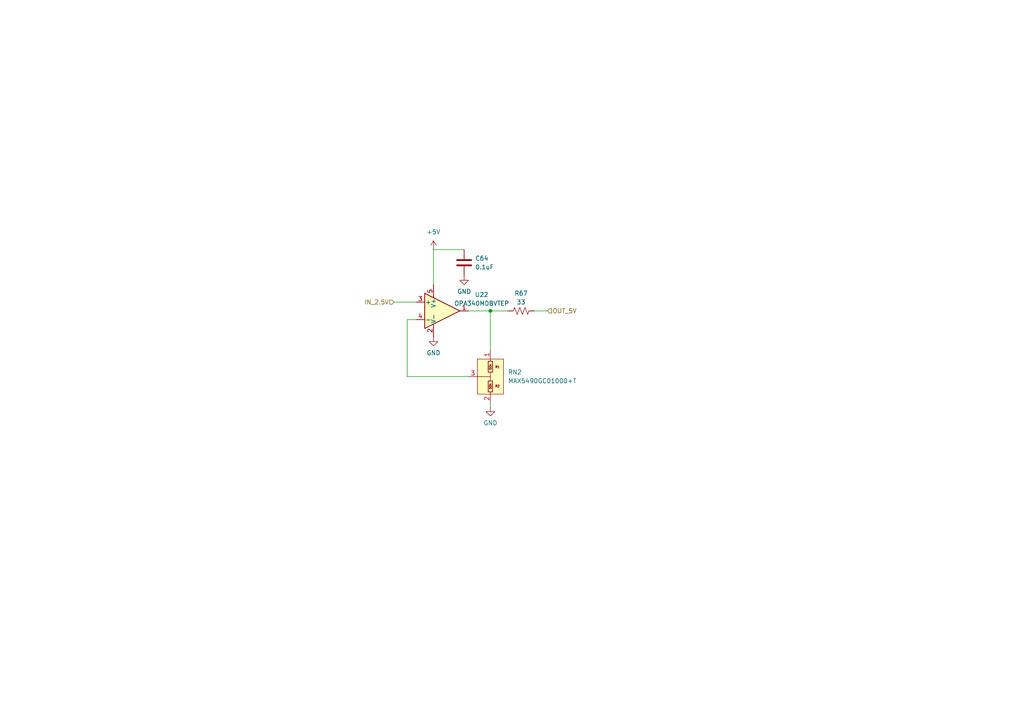
<source format=kicad_sch>
(kicad_sch (version 20230121) (generator eeschema)
  (paper "A4")
  (title_block (company "Sierra Lobo INC"))
  (lib_symbols
    (symbol "Amplifier_Operational:OPA340NA" (pin_names (offset 0.127))
      (property "Reference" "U" (at -1.27 6.35 0))
      (property "Value" "OPA340NA" (at -1.27 3.81 0))
      (symbol "OPA340NA_0_1"
        (polyline (pts (xy -5.08 5.08) (xy 5.08 0) (xy -5.08 -5.08) (xy -5.08 5.08)) (stroke (width 0.254)) (fill (type background)))
        (pin power_in line (at -2.54 -7.62 90) (length 3.81) (name "V-") (number "2"))
        (pin power_in line (at -2.54 7.62 270) (length 3.81) (name "V+") (number "5"))
      )
      (symbol "OPA340NA_1_1"
        (pin output line (at 7.62 0 180) (length 2.54) (name "~") (number "1"))
        (pin input line (at -7.62 2.54 0) (length 2.54) (name "+") (number "3"))
        (pin input line (at -7.62 -2.54 0) (length 2.54) (name "-") (number "4"))
      )
    )
    (symbol "Device:C" (pin_numbers hide) (pin_names (offset 0.254))
      (property "Reference" "C" (at 0.635 2.54 0))
      (property "Value" "C" (at 0.635 -2.54 0))
      (symbol "C_0_1"
        (polyline (pts (xy -2.032 -0.762) (xy 2.032 -0.762)) (stroke (width 0.508)))
        (polyline (pts (xy -2.032 0.762) (xy 2.032 0.762)) (stroke (width 0.508)))
      )
      (symbol "C_1_1"
        (pin passive line (at 0 3.81 270) (length 2.794) (name "~") (number "1"))
        (pin passive line (at 0 -3.81 90) (length 2.794) (name "~") (number "2"))
      )
    )
    (symbol "Device:R_US" (pin_numbers hide) (pin_names (offset 0))
      (property "Reference" "R" (at 2.54 0 90))
      (property "Value" "R_US" (at -2.54 0 90))
      (symbol "R_US_0_1"
        (polyline (pts (xy 0 -2.286) (xy 0 -2.54)))
        (polyline (pts (xy 0 2.286) (xy 0 2.54)))
        (polyline (pts (xy 0 -0.762) (xy 1.016 -1.143) (xy 0 -1.524) (xy -1.016 -1.905) (xy 0 -2.286)))
        (polyline (pts (xy 0 0.762) (xy 1.016 0.381) (xy 0 0) (xy -1.016 -0.381) (xy 0 -0.762)))
        (polyline (pts (xy 0 2.286) (xy 1.016 1.905) (xy 0 1.524) (xy -1.016 1.143) (xy 0 0.762)))
      )
      (symbol "R_US_1_1"
        (pin passive line (at 0 3.81 270) (length 1.27) (name "~") (number "1"))
        (pin passive line (at 0 -3.81 90) (length 1.27) (name "~") (number "2"))
      )
    )
    (symbol "FP-Interface-Card:MAX5490GC01000+T"
      (property "Reference" "RN?" (at -6.35 -1.27 0))
      (property "Value" "MAX5490GC01000+T" (at -13.97 -3.81 0))
      (symbol "MAX5490GC01000+T_0_0"
        (text "50k" (at 0 -10.414 900) (effects (font (size 0.635 0.635))))
        (text "50k" (at 0 -4.826 900) (effects (font (size 0.635 0.635))))
        (text "R1" (at -2.032 -4.826 0) (effects (font (size 0.635 0.635))))
        (text "R2" (at -2.032 -10.414 0) (effects (font (size 0.635 0.635))))
      )
      (symbol "MAX5490GC01000+T_0_1"
        (rectangle (start -3.81 -2.54) (end 3.81 -12.7) (fill (type background)))
        (rectangle (start -0.635 -8.89) (end 0.635 -12.065) (stroke (width 0.2032)))
        (rectangle (start -0.635 -3.175) (end 0.635 -6.35) (stroke (width 0.2032)))
        (polyline (pts (xy 0 -12.065) (xy 0 -12.7)))
        (polyline (pts (xy 0 -3.175) (xy 0 -2.54)))
        (polyline (pts (xy 2.54 -7.62) (xy 3.81 -7.62)))
        (polyline (pts (xy 0 -8.89) (xy 0 -6.35) (xy 0 -7.62) (xy 2.54 -7.62)))
      )
      (symbol "MAX5490GC01000+T_1_1"
        (pin input line (at 0 0 270) (length 2.54) (name "") (number "1"))
        (pin input line (at 0 -15.24 90) (length 2.54) (name "") (number "2"))
        (pin input line (at 6.35 -7.62 180) (length 2.54) (name "") (number "3"))
      )
    )
    (symbol "power:+5V" (power) (pin_names (offset 0))
      (property "Value" "+5V" (at 0 3.556 0))
      (symbol "+5V_0_1"
        (polyline (pts (xy -0.762 1.27) (xy 0 2.54)))
        (polyline (pts (xy 0 0) (xy 0 2.54)))
        (polyline (pts (xy 0 2.54) (xy 0.762 1.27)))
      )
      (symbol "+5V_1_1"
        (pin power_in line (at 0 0 90) (length 0) hide (name "+5V") (number "1"))
      )
    )
    (symbol "power:GND" (power) (pin_names (offset 0))
      (property "Value" "GND" (at 0 -3.81 0))
      (symbol "GND_0_1"
        (polyline (pts (xy 0 0) (xy 0 -1.27) (xy 1.27 -1.27) (xy 0 -2.54) (xy -1.27 -1.27) (xy 0 -1.27)))
      )
      (symbol "GND_1_1"
        (pin power_in line (at 0 0 270) (length 0) hide (name "GND") (number "1"))
      )
    )
  )
  (junction (at 142.24 90.17))
  (wire (pts (xy 118.11 92.71) (xy 118.11 109.22)))
  (wire (pts (xy 114.3 87.63) (xy 120.65 87.63)))
  (wire (pts (xy 120.65 92.71) (xy 118.11 92.71)))
  (wire (pts (xy 125.73 72.39) (xy 125.73 82.55)))
  (wire (pts (xy 125.73 72.39) (xy 134.62 72.39)))
  (wire (pts (xy 142.24 90.17) (xy 147.32 90.17)))
  (wire (pts (xy 118.11 109.22) (xy 135.89 109.22)))
  (wire (pts (xy 142.24 116.84) (xy 142.24 118.11)))
  (wire (pts (xy 154.94 90.17) (xy 158.75 90.17)))
  (wire (pts (xy 135.89 90.17) (xy 142.24 90.17)))
  (wire (pts (xy 142.24 101.6) (xy 142.24 90.17)))
  (hierarchical_label "IN_2.5V" (shape input) (at 114.3 87.63 180))
  (hierarchical_label "OUT_5V" (shape input) (at 158.75 90.17 0))
  (symbol (lib_id "Amplifier_Operational:OPA340NA") (at 128.27 90.17 0) (unit 1)
    (property "Reference" "U22" (at 139.7 85.471 0))
    (property "Value" "OPA340MDBVTEP" (at 139.7 88.011 0))
    (property "Footprint" "Package_TO_SOT_SMD:SOT-23-5" (effects hide))
    (instances (project "FP Interface Card" (path "" (reference "U22") (unit 1)) (path "" (reference "U21") (unit 1)) (path "" (reference "U23") (unit 1))))
  )
  (symbol (lib_id "power:GND") (at 134.62 80.01 0) (unit 1)
    (property "Reference" "#PWR066" (effects hide))
    (property "Value" "GND" (at 134.62 84.5725 0))
    (instances (project "FP Interface Card" (path "" (reference "#PWR066") (unit 1)) (path "" (reference "#PWR061") (unit 1)) (path "" (reference "#PWR071") (unit 1))))
  )
  (symbol (lib_id "power:+5V") (at 125.73 72.39 0) (unit 1)
    (property "Reference" "#PWR064" (effects hide))
    (property "Value" "+5V" (at 125.73 67.31 0))
    (instances (project "FP Interface Card" (path "" (reference "#PWR064") (unit 1)) (path "" (reference "#PWR059") (unit 1)) (path "" (reference "#PWR069") (unit 1))))
  )
  (symbol (lib_id "Device:C") (at 134.62 76.2 0) (unit 1)
    (property "Reference" "C64" (at 137.795 74.9299 0) (effects (justify left)))
    (property "Value" "0.1uF" (at 137.795 77.4699 0) (effects (justify left)))
    (property "Footprint" "Capacitor_SMD:C_0603_1608Metric" (effects hide))
    (instances (project "FP Interface Card" (path "" (reference "C64") (unit 1)) (path "" (reference "C61") (unit 1)) (path "" (reference "C67") (unit 1))))
  )
  (symbol (lib_id "power:GND") (at 142.24 118.11 0) (unit 1)
    (property "Reference" "#PWR067" (effects hide))
    (property "Value" "GND" (at 142.24 122.6725 0))
    (instances (project "FP Interface Card" (path "" (reference "#PWR067") (unit 1)) (path "" (reference "#PWR062") (unit 1)) (path "" (reference "#PWR072") (unit 1))))
  )
  (symbol (lib_id "Device:R_US") (at 151.13 90.17 90) (unit 1)
    (property "Reference" "R67" (at 151.13 85.09 90))
    (property "Value" "33" (at 151.13 87.63 90))
    (instances (project "FP Interface Card" (path "" (reference "R67") (unit 1)) (path "" (reference "R66") (unit 1)) (path "" (reference "R68") (unit 1))))
  )
  (symbol (lib_id "FP-Interface-Card:MAX5490GC01000+T") (at 142.24 101.6 0) (mirror y) (unit 1)
    (property "Reference" "RN2" (at 147.32 107.9499 0) (effects (justify right)))
    (property "Value" "MAX5490GC01000+T" (at 147.32 110.4899 0) (effects (justify right)))
    (property "Footprint" "Package_TO_SOT_SMD:SOT-23" (effects hide))
    (instances (project "FP Interface Card" (path "" (reference "RN2") (unit 1)) (path "" (reference "RN1") (unit 1)) (path "" (reference "RN3") (unit 1))))
  )
  (symbol (lib_id "power:GND") (at 125.73 97.79 0) (unit 1)
    (property "Reference" "#PWR065" (effects hide))
    (property "Value" "GND" (at 125.73 102.3525 0))
    (instances (project "FP Interface Card" (path "" (reference "#PWR065") (unit 1)) (path "" (reference "#PWR060") (unit 1)) (path "" (reference "#PWR070") (unit 1))))
  )
)
</source>
